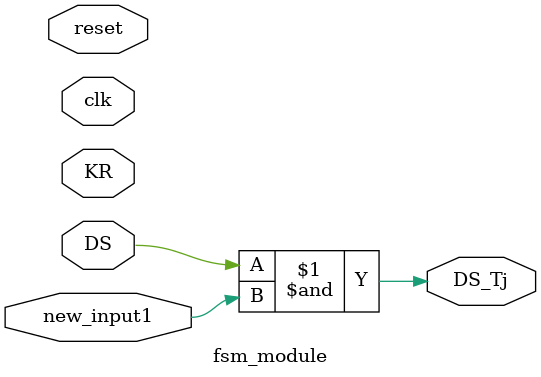
<source format=v>
module fsm_module(
    input KR, DS, clk, reset, new_input1,
    output reg DS_Tj
);

parameter [2:0] WAIT_KEY = 3'h1, WAIT_DATA = 3'h2, INITIAL_ROUND = 3'h3, DO_ROUND = 3'h4, FINAL_ROUND = 3'h7;
reg [2:0] current_state, next_state;

assign DS_Tj = DS & new_input1;

always @(current_state, KR, DS_Tj)
begin
    case(current_state) 
        WAIT_KEY: begin
            if(KR == 1) next_state = WAIT_DATA;
            else next_state = WAIT_KEY;
        end
     
        WAIT_DATA: begin
            if(DS_Tj == 0) next_state = WAIT_KEY;
            else next_state = INITIAL_ROUND;
        end
     
        INITIAL_ROUND: begin
            if(KR == 0) next_state = WAIT_KEY;
            else next_state = DO_ROUND;
        end 
     
        DO_ROUND: begin
            if(KR == 0) next_state = WAIT_KEY;
            else next_state = FINAL_ROUND;
        end
     
        FINAL_ROUND: begin
            if(KR == 0) next_state = WAIT_KEY;
            else next_state = WAIT_DATA;
        end
        WAIT_DATA: next_state = WAIT_KEY;
    endcase
end

always @(posedge clk, posedge reset)
begin
    if(reset == 1) 
        current_state <= WAIT_KEY;
    else
        current_state <= next_state;
end 

endmodule
</source>
